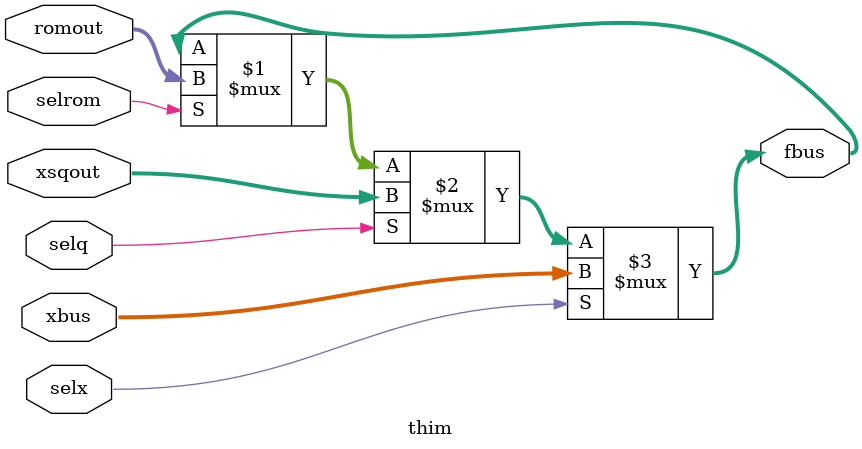
<source format=v>
`timescale 1ns/1ns
module thim(input [15:0]xbus,romout,xsqout,input selx,selq,selrom,output [15:0]fbus);
  assign fbus=(selx)? xbus:(selq)? xsqout: (selrom) ? romout : fbus;
endmodule
</source>
